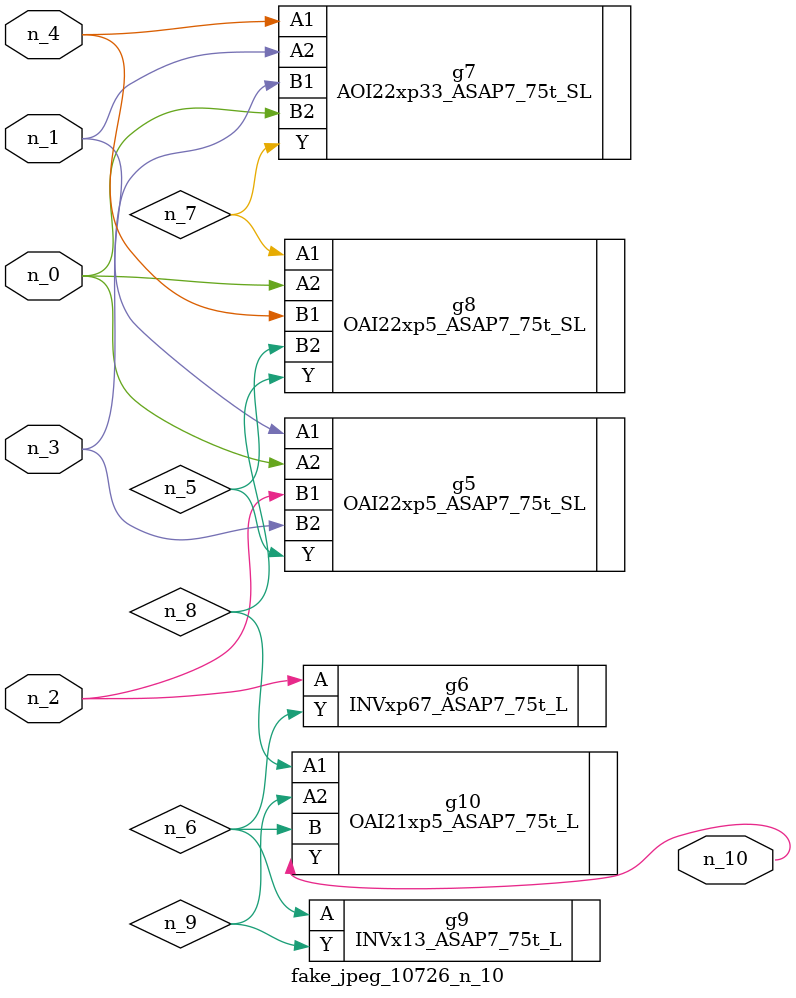
<source format=v>
module fake_jpeg_10726_n_10 (n_3, n_2, n_1, n_0, n_4, n_10);

input n_3;
input n_2;
input n_1;
input n_0;
input n_4;

output n_10;

wire n_8;
wire n_9;
wire n_6;
wire n_5;
wire n_7;

OAI22xp5_ASAP7_75t_SL g5 ( 
.A1(n_1),
.A2(n_0),
.B1(n_2),
.B2(n_3),
.Y(n_5)
);

INVxp67_ASAP7_75t_L g6 ( 
.A(n_2),
.Y(n_6)
);

AOI22xp33_ASAP7_75t_SL g7 ( 
.A1(n_4),
.A2(n_1),
.B1(n_3),
.B2(n_0),
.Y(n_7)
);

OAI22xp5_ASAP7_75t_SL g8 ( 
.A1(n_7),
.A2(n_0),
.B1(n_4),
.B2(n_5),
.Y(n_8)
);

OAI21xp5_ASAP7_75t_L g10 ( 
.A1(n_8),
.A2(n_9),
.B(n_6),
.Y(n_10)
);

INVx13_ASAP7_75t_L g9 ( 
.A(n_6),
.Y(n_9)
);


endmodule
</source>
